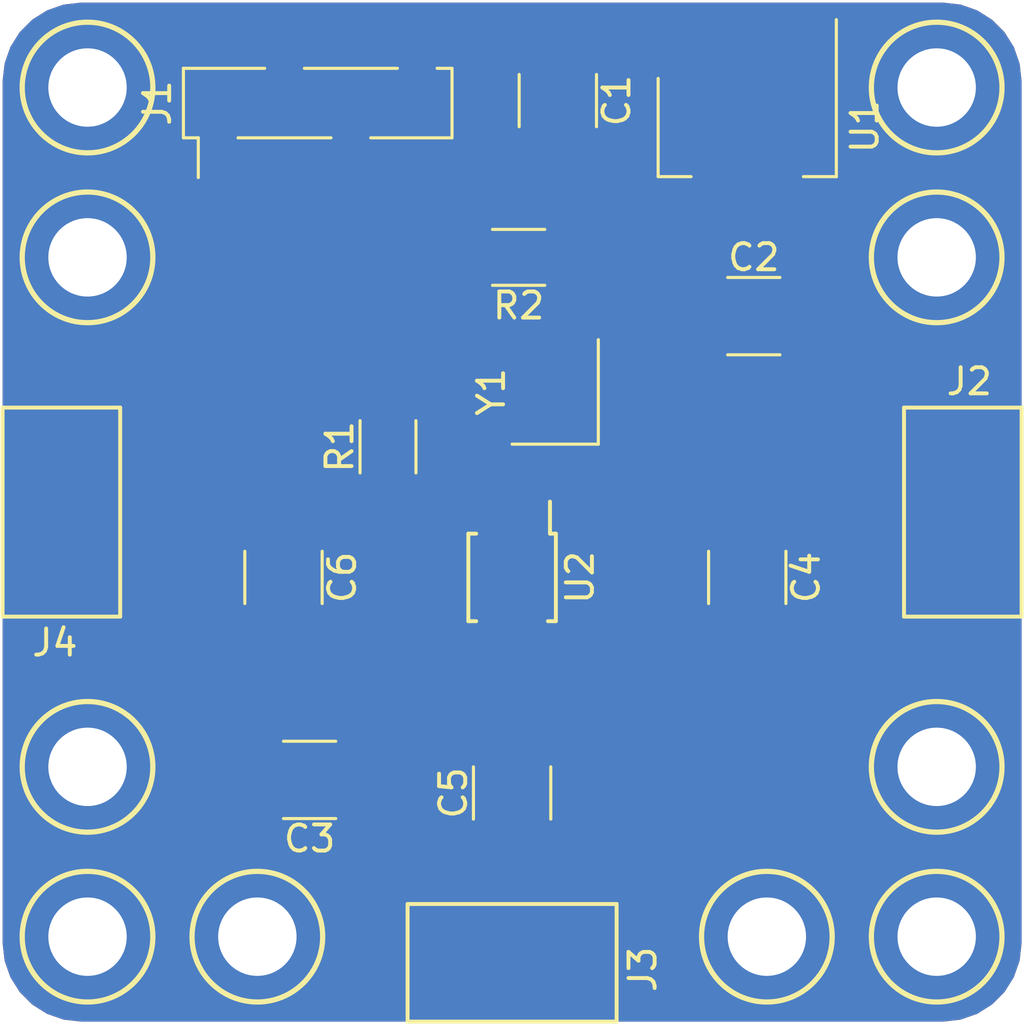
<source format=kicad_pcb>
(kicad_pcb (version 20171130) (host pcbnew "(5.0.0)")

  (general
    (thickness 1.6)
    (drawings 19)
    (tracks 80)
    (zones 0)
    (modules 15)
    (nets 14)
  )

  (page A4)
  (layers
    (0 F.Cu signal)
    (31 B.Cu signal)
    (32 B.Adhes user)
    (33 F.Adhes user)
    (34 B.Paste user)
    (35 F.Paste user)
    (36 B.SilkS user)
    (37 F.SilkS user)
    (38 B.Mask user)
    (39 F.Mask user)
    (40 Dwgs.User user)
    (41 Cmts.User user)
    (42 Eco1.User user)
    (43 Eco2.User user)
    (44 Edge.Cuts user)
    (45 Margin user)
    (46 B.CrtYd user)
    (47 F.CrtYd user)
    (48 B.Fab user)
    (49 F.Fab user)
  )

  (setup
    (last_trace_width 0.25)
    (user_trace_width 0.15)
    (user_trace_width 0.2)
    (user_trace_width 0.25)
    (user_trace_width 0.4)
    (trace_clearance 0.15)
    (zone_clearance 0.2)
    (zone_45_only no)
    (trace_min 0.1)
    (segment_width 0.2)
    (edge_width 0.15)
    (via_size 0.8)
    (via_drill 0.4)
    (via_min_size 0.4)
    (via_min_drill 0.3)
    (uvia_size 0.3)
    (uvia_drill 0.1)
    (uvias_allowed no)
    (uvia_min_size 0.2)
    (uvia_min_drill 0.1)
    (pcb_text_width 0.3)
    (pcb_text_size 1.5 1.5)
    (mod_edge_width 0.15)
    (mod_text_size 1 1)
    (mod_text_width 0.15)
    (pad_size 1.524 1.524)
    (pad_drill 0.762)
    (pad_to_mask_clearance 0.2)
    (aux_axis_origin 0 0)
    (visible_elements 7FFFFFFF)
    (pcbplotparams
      (layerselection 0x010fc_ffffffff)
      (usegerberextensions false)
      (usegerberattributes false)
      (usegerberadvancedattributes false)
      (creategerberjobfile false)
      (excludeedgelayer true)
      (linewidth 0.050000)
      (plotframeref false)
      (viasonmask false)
      (mode 1)
      (useauxorigin false)
      (hpglpennumber 1)
      (hpglpenspeed 20)
      (hpglpendiameter 15.000000)
      (psnegative false)
      (psa4output false)
      (plotreference true)
      (plotvalue true)
      (plotinvisibletext false)
      (padsonsilk false)
      (subtractmaskfromsilk false)
      (outputformat 1)
      (mirror false)
      (drillshape 1)
      (scaleselection 1)
      (outputdirectory ""))
  )

  (net 0 "")
  (net 1 "Net-(C1-Pad1)")
  (net 2 Earth)
  (net 3 "Net-(C2-Pad1)")
  (net 4 "Net-(C4-Pad2)")
  (net 5 "Net-(C4-Pad1)")
  (net 6 "Net-(C5-Pad1)")
  (net 7 "Net-(C5-Pad2)")
  (net 8 "Net-(C6-Pad2)")
  (net 9 "Net-(C6-Pad1)")
  (net 10 "Net-(J1-Pad2)")
  (net 11 "Net-(J1-Pad1)")
  (net 12 "Net-(U2-Pad3)")
  (net 13 "Net-(U2-Pad2)")

  (net_class Default "This is the default net class."
    (clearance 0.15)
    (trace_width 0.25)
    (via_dia 0.8)
    (via_drill 0.4)
    (uvia_dia 0.3)
    (uvia_drill 0.1)
    (add_net Earth)
    (add_net "Net-(C1-Pad1)")
    (add_net "Net-(C2-Pad1)")
    (add_net "Net-(C4-Pad1)")
    (add_net "Net-(C4-Pad2)")
    (add_net "Net-(C5-Pad1)")
    (add_net "Net-(C5-Pad2)")
    (add_net "Net-(C6-Pad1)")
    (add_net "Net-(C6-Pad2)")
    (add_net "Net-(J1-Pad1)")
    (add_net "Net-(J1-Pad2)")
    (add_net "Net-(U2-Pad2)")
    (add_net "Net-(U2-Pad3)")
  )

  (module Capacitors_SMD:C_1210_HandSoldering (layer F.Cu) (tedit 58AA84FB) (tstamp 5B6DD4A4)
    (at 38 20.5 270)
    (descr "Capacitor SMD 1210, hand soldering")
    (tags "capacitor 1210")
    (path /5B6C987F)
    (attr smd)
    (fp_text reference C1 (at 0 -2.25 270) (layer F.SilkS)
      (effects (font (size 1 1) (thickness 0.15)))
    )
    (fp_text value 10u (at 0 2.5 270) (layer F.Fab)
      (effects (font (size 1 1) (thickness 0.15)))
    )
    (fp_text user %R (at 0 -2.25 270) (layer F.Fab)
      (effects (font (size 1 1) (thickness 0.15)))
    )
    (fp_line (start -1.6 1.25) (end -1.6 -1.25) (layer F.Fab) (width 0.1))
    (fp_line (start 1.6 1.25) (end -1.6 1.25) (layer F.Fab) (width 0.1))
    (fp_line (start 1.6 -1.25) (end 1.6 1.25) (layer F.Fab) (width 0.1))
    (fp_line (start -1.6 -1.25) (end 1.6 -1.25) (layer F.Fab) (width 0.1))
    (fp_line (start 1 -1.48) (end -1 -1.48) (layer F.SilkS) (width 0.12))
    (fp_line (start -1 1.48) (end 1 1.48) (layer F.SilkS) (width 0.12))
    (fp_line (start -3.25 -1.5) (end 3.25 -1.5) (layer F.CrtYd) (width 0.05))
    (fp_line (start -3.25 -1.5) (end -3.25 1.5) (layer F.CrtYd) (width 0.05))
    (fp_line (start 3.25 1.5) (end 3.25 -1.5) (layer F.CrtYd) (width 0.05))
    (fp_line (start 3.25 1.5) (end -3.25 1.5) (layer F.CrtYd) (width 0.05))
    (pad 1 smd rect (at -2 0 270) (size 2 2.5) (layers F.Cu F.Paste F.Mask)
      (net 1 "Net-(C1-Pad1)"))
    (pad 2 smd rect (at 2 0 270) (size 2 2.5) (layers F.Cu F.Paste F.Mask)
      (net 2 Earth))
    (model Capacitors_SMD.3dshapes/C_1210.wrl
      (at (xyz 0 0 0))
      (scale (xyz 1 1 1))
      (rotate (xyz 0 0 0))
    )
  )

  (module Capacitors_SMD:C_1210_HandSoldering (layer F.Cu) (tedit 58AA84FB) (tstamp 5B6E39EA)
    (at 45.5 28.75)
    (descr "Capacitor SMD 1210, hand soldering")
    (tags "capacitor 1210")
    (path /5B6C9791)
    (attr smd)
    (fp_text reference C2 (at 0 -2.25) (layer F.SilkS)
      (effects (font (size 1 1) (thickness 0.15)))
    )
    (fp_text value 1u (at 0 2.5) (layer F.Fab)
      (effects (font (size 1 1) (thickness 0.15)))
    )
    (fp_line (start 3.25 1.5) (end -3.25 1.5) (layer F.CrtYd) (width 0.05))
    (fp_line (start 3.25 1.5) (end 3.25 -1.5) (layer F.CrtYd) (width 0.05))
    (fp_line (start -3.25 -1.5) (end -3.25 1.5) (layer F.CrtYd) (width 0.05))
    (fp_line (start -3.25 -1.5) (end 3.25 -1.5) (layer F.CrtYd) (width 0.05))
    (fp_line (start -1 1.48) (end 1 1.48) (layer F.SilkS) (width 0.12))
    (fp_line (start 1 -1.48) (end -1 -1.48) (layer F.SilkS) (width 0.12))
    (fp_line (start -1.6 -1.25) (end 1.6 -1.25) (layer F.Fab) (width 0.1))
    (fp_line (start 1.6 -1.25) (end 1.6 1.25) (layer F.Fab) (width 0.1))
    (fp_line (start 1.6 1.25) (end -1.6 1.25) (layer F.Fab) (width 0.1))
    (fp_line (start -1.6 1.25) (end -1.6 -1.25) (layer F.Fab) (width 0.1))
    (fp_text user %R (at 0 -2.25) (layer F.Fab)
      (effects (font (size 1 1) (thickness 0.15)))
    )
    (pad 2 smd rect (at 2 0) (size 2 2.5) (layers F.Cu F.Paste F.Mask)
      (net 2 Earth))
    (pad 1 smd rect (at -2 0) (size 2 2.5) (layers F.Cu F.Paste F.Mask)
      (net 3 "Net-(C2-Pad1)"))
    (model Capacitors_SMD.3dshapes/C_1210.wrl
      (at (xyz 0 0 0))
      (scale (xyz 1 1 1))
      (rotate (xyz 0 0 0))
    )
  )

  (module Capacitors_SMD:C_1210_HandSoldering (layer F.Cu) (tedit 58AA84FB) (tstamp 5B6DD4D4)
    (at 28.5 46.5 180)
    (descr "Capacitor SMD 1210, hand soldering")
    (tags "capacitor 1210")
    (path /5B6CE913)
    (attr smd)
    (fp_text reference C3 (at 0 -2.25 180) (layer F.SilkS)
      (effects (font (size 1 1) (thickness 0.15)))
    )
    (fp_text value 1u (at 0 2.5 180) (layer F.Fab)
      (effects (font (size 1 1) (thickness 0.15)))
    )
    (fp_text user %R (at 0 -2.25 180) (layer F.Fab)
      (effects (font (size 1 1) (thickness 0.15)))
    )
    (fp_line (start -1.6 1.25) (end -1.6 -1.25) (layer F.Fab) (width 0.1))
    (fp_line (start 1.6 1.25) (end -1.6 1.25) (layer F.Fab) (width 0.1))
    (fp_line (start 1.6 -1.25) (end 1.6 1.25) (layer F.Fab) (width 0.1))
    (fp_line (start -1.6 -1.25) (end 1.6 -1.25) (layer F.Fab) (width 0.1))
    (fp_line (start 1 -1.48) (end -1 -1.48) (layer F.SilkS) (width 0.12))
    (fp_line (start -1 1.48) (end 1 1.48) (layer F.SilkS) (width 0.12))
    (fp_line (start -3.25 -1.5) (end 3.25 -1.5) (layer F.CrtYd) (width 0.05))
    (fp_line (start -3.25 -1.5) (end -3.25 1.5) (layer F.CrtYd) (width 0.05))
    (fp_line (start 3.25 1.5) (end 3.25 -1.5) (layer F.CrtYd) (width 0.05))
    (fp_line (start 3.25 1.5) (end -3.25 1.5) (layer F.CrtYd) (width 0.05))
    (pad 1 smd rect (at -2 0 180) (size 2 2.5) (layers F.Cu F.Paste F.Mask)
      (net 3 "Net-(C2-Pad1)"))
    (pad 2 smd rect (at 2 0 180) (size 2 2.5) (layers F.Cu F.Paste F.Mask)
      (net 2 Earth))
    (model Capacitors_SMD.3dshapes/C_1210.wrl
      (at (xyz 0 0 0))
      (scale (xyz 1 1 1))
      (rotate (xyz 0 0 0))
    )
  )

  (module Capacitors_SMD:C_1210_HandSoldering (layer F.Cu) (tedit 58AA84FB) (tstamp 5B6DD522)
    (at 45.25 38.75 270)
    (descr "Capacitor SMD 1210, hand soldering")
    (tags "capacitor 1210")
    (path /5B6CB910)
    (attr smd)
    (fp_text reference C4 (at 0 -2.25 270) (layer F.SilkS)
      (effects (font (size 1 1) (thickness 0.15)))
    )
    (fp_text value 100n (at 0 2.5 270) (layer F.Fab)
      (effects (font (size 1 1) (thickness 0.15)))
    )
    (fp_line (start 3.25 1.5) (end -3.25 1.5) (layer F.CrtYd) (width 0.05))
    (fp_line (start 3.25 1.5) (end 3.25 -1.5) (layer F.CrtYd) (width 0.05))
    (fp_line (start -3.25 -1.5) (end -3.25 1.5) (layer F.CrtYd) (width 0.05))
    (fp_line (start -3.25 -1.5) (end 3.25 -1.5) (layer F.CrtYd) (width 0.05))
    (fp_line (start -1 1.48) (end 1 1.48) (layer F.SilkS) (width 0.12))
    (fp_line (start 1 -1.48) (end -1 -1.48) (layer F.SilkS) (width 0.12))
    (fp_line (start -1.6 -1.25) (end 1.6 -1.25) (layer F.Fab) (width 0.1))
    (fp_line (start 1.6 -1.25) (end 1.6 1.25) (layer F.Fab) (width 0.1))
    (fp_line (start 1.6 1.25) (end -1.6 1.25) (layer F.Fab) (width 0.1))
    (fp_line (start -1.6 1.25) (end -1.6 -1.25) (layer F.Fab) (width 0.1))
    (fp_text user %R (at 0 -2.25 270) (layer F.Fab)
      (effects (font (size 1 1) (thickness 0.15)))
    )
    (pad 2 smd rect (at 2 0 270) (size 2 2.5) (layers F.Cu F.Paste F.Mask)
      (net 4 "Net-(C4-Pad2)"))
    (pad 1 smd rect (at -2 0 270) (size 2 2.5) (layers F.Cu F.Paste F.Mask)
      (net 5 "Net-(C4-Pad1)"))
    (model Capacitors_SMD.3dshapes/C_1210.wrl
      (at (xyz 0 0 0))
      (scale (xyz 1 1 1))
      (rotate (xyz 0 0 0))
    )
  )

  (module Capacitors_SMD:C_1210_HandSoldering (layer F.Cu) (tedit 58AA84FB) (tstamp 5B6DD408)
    (at 36.25 47 90)
    (descr "Capacitor SMD 1210, hand soldering")
    (tags "capacitor 1210")
    (path /5B6CB972)
    (attr smd)
    (fp_text reference C5 (at 0 -2.25 90) (layer F.SilkS)
      (effects (font (size 1 1) (thickness 0.15)))
    )
    (fp_text value 100n (at 0 2.5 90) (layer F.Fab)
      (effects (font (size 1 1) (thickness 0.15)))
    )
    (fp_text user %R (at 0 -2.25 90) (layer F.Fab)
      (effects (font (size 1 1) (thickness 0.15)))
    )
    (fp_line (start -1.6 1.25) (end -1.6 -1.25) (layer F.Fab) (width 0.1))
    (fp_line (start 1.6 1.25) (end -1.6 1.25) (layer F.Fab) (width 0.1))
    (fp_line (start 1.6 -1.25) (end 1.6 1.25) (layer F.Fab) (width 0.1))
    (fp_line (start -1.6 -1.25) (end 1.6 -1.25) (layer F.Fab) (width 0.1))
    (fp_line (start 1 -1.48) (end -1 -1.48) (layer F.SilkS) (width 0.12))
    (fp_line (start -1 1.48) (end 1 1.48) (layer F.SilkS) (width 0.12))
    (fp_line (start -3.25 -1.5) (end 3.25 -1.5) (layer F.CrtYd) (width 0.05))
    (fp_line (start -3.25 -1.5) (end -3.25 1.5) (layer F.CrtYd) (width 0.05))
    (fp_line (start 3.25 1.5) (end 3.25 -1.5) (layer F.CrtYd) (width 0.05))
    (fp_line (start 3.25 1.5) (end -3.25 1.5) (layer F.CrtYd) (width 0.05))
    (pad 1 smd rect (at -2 0 90) (size 2 2.5) (layers F.Cu F.Paste F.Mask)
      (net 6 "Net-(C5-Pad1)"))
    (pad 2 smd rect (at 2 0 90) (size 2 2.5) (layers F.Cu F.Paste F.Mask)
      (net 7 "Net-(C5-Pad2)"))
    (model Capacitors_SMD.3dshapes/C_1210.wrl
      (at (xyz 0 0 0))
      (scale (xyz 1 1 1))
      (rotate (xyz 0 0 0))
    )
  )

  (module Capacitors_SMD:C_1210_HandSoldering (layer F.Cu) (tedit 58AA84FB) (tstamp 5B6DD624)
    (at 27.5 38.75 270)
    (descr "Capacitor SMD 1210, hand soldering")
    (tags "capacitor 1210")
    (path /5B6CB9A6)
    (attr smd)
    (fp_text reference C6 (at 0 -2.25 270) (layer F.SilkS)
      (effects (font (size 1 1) (thickness 0.15)))
    )
    (fp_text value 100n (at 0 2.5 270) (layer F.Fab)
      (effects (font (size 1 1) (thickness 0.15)))
    )
    (fp_line (start 3.25 1.5) (end -3.25 1.5) (layer F.CrtYd) (width 0.05))
    (fp_line (start 3.25 1.5) (end 3.25 -1.5) (layer F.CrtYd) (width 0.05))
    (fp_line (start -3.25 -1.5) (end -3.25 1.5) (layer F.CrtYd) (width 0.05))
    (fp_line (start -3.25 -1.5) (end 3.25 -1.5) (layer F.CrtYd) (width 0.05))
    (fp_line (start -1 1.48) (end 1 1.48) (layer F.SilkS) (width 0.12))
    (fp_line (start 1 -1.48) (end -1 -1.48) (layer F.SilkS) (width 0.12))
    (fp_line (start -1.6 -1.25) (end 1.6 -1.25) (layer F.Fab) (width 0.1))
    (fp_line (start 1.6 -1.25) (end 1.6 1.25) (layer F.Fab) (width 0.1))
    (fp_line (start 1.6 1.25) (end -1.6 1.25) (layer F.Fab) (width 0.1))
    (fp_line (start -1.6 1.25) (end -1.6 -1.25) (layer F.Fab) (width 0.1))
    (fp_text user %R (at 0 -2.25 270) (layer F.Fab)
      (effects (font (size 1 1) (thickness 0.15)))
    )
    (pad 2 smd rect (at 2 0 270) (size 2 2.5) (layers F.Cu F.Paste F.Mask)
      (net 8 "Net-(C6-Pad2)"))
    (pad 1 smd rect (at -2 0 270) (size 2 2.5) (layers F.Cu F.Paste F.Mask)
      (net 9 "Net-(C6-Pad1)"))
    (model Capacitors_SMD.3dshapes/C_1210.wrl
      (at (xyz 0 0 0))
      (scale (xyz 1 1 1))
      (rotate (xyz 0 0 0))
    )
  )

  (module Pin_Headers:Pin_Header_Straight_1x04_Pitch2.54mm_SMD_Pin1Left (layer F.Cu) (tedit 59650532) (tstamp 5B6DD5C8)
    (at 28.81 20.595 90)
    (descr "surface-mounted straight pin header, 1x04, 2.54mm pitch, single row, style 1 (pin 1 left)")
    (tags "Surface mounted pin header SMD 1x04 2.54mm single row style1 pin1 left")
    (path /5B6D06A1)
    (attr smd)
    (fp_text reference J1 (at 0 -6.14 90) (layer F.SilkS)
      (effects (font (size 1 1) (thickness 0.15)))
    )
    (fp_text value PWR_IIC (at 0 6.14 90) (layer F.Fab)
      (effects (font (size 1 1) (thickness 0.15)))
    )
    (fp_text user %R (at 0 0 180) (layer F.Fab)
      (effects (font (size 1 1) (thickness 0.15)))
    )
    (fp_line (start 3.45 -5.6) (end -3.45 -5.6) (layer F.CrtYd) (width 0.05))
    (fp_line (start 3.45 5.6) (end 3.45 -5.6) (layer F.CrtYd) (width 0.05))
    (fp_line (start -3.45 5.6) (end 3.45 5.6) (layer F.CrtYd) (width 0.05))
    (fp_line (start -3.45 -5.6) (end -3.45 5.6) (layer F.CrtYd) (width 0.05))
    (fp_line (start -1.33 2.03) (end -1.33 5.14) (layer F.SilkS) (width 0.12))
    (fp_line (start -1.33 -3.05) (end -1.33 0.51) (layer F.SilkS) (width 0.12))
    (fp_line (start 1.33 -0.51) (end 1.33 3.05) (layer F.SilkS) (width 0.12))
    (fp_line (start 1.33 4.57) (end 1.33 5.14) (layer F.SilkS) (width 0.12))
    (fp_line (start -1.33 -5.14) (end -1.33 -4.57) (layer F.SilkS) (width 0.12))
    (fp_line (start -1.33 -4.57) (end -2.85 -4.57) (layer F.SilkS) (width 0.12))
    (fp_line (start 1.33 -5.14) (end 1.33 -2.03) (layer F.SilkS) (width 0.12))
    (fp_line (start -1.33 5.14) (end 1.33 5.14) (layer F.SilkS) (width 0.12))
    (fp_line (start -1.33 -5.14) (end 1.33 -5.14) (layer F.SilkS) (width 0.12))
    (fp_line (start 2.54 4.13) (end 1.27 4.13) (layer F.Fab) (width 0.1))
    (fp_line (start 2.54 3.49) (end 2.54 4.13) (layer F.Fab) (width 0.1))
    (fp_line (start 1.27 3.49) (end 2.54 3.49) (layer F.Fab) (width 0.1))
    (fp_line (start 2.54 -0.95) (end 1.27 -0.95) (layer F.Fab) (width 0.1))
    (fp_line (start 2.54 -1.59) (end 2.54 -0.95) (layer F.Fab) (width 0.1))
    (fp_line (start 1.27 -1.59) (end 2.54 -1.59) (layer F.Fab) (width 0.1))
    (fp_line (start -2.54 1.59) (end -1.27 1.59) (layer F.Fab) (width 0.1))
    (fp_line (start -2.54 0.95) (end -2.54 1.59) (layer F.Fab) (width 0.1))
    (fp_line (start -1.27 0.95) (end -2.54 0.95) (layer F.Fab) (width 0.1))
    (fp_line (start -2.54 -3.49) (end -1.27 -3.49) (layer F.Fab) (width 0.1))
    (fp_line (start -2.54 -4.13) (end -2.54 -3.49) (layer F.Fab) (width 0.1))
    (fp_line (start -1.27 -4.13) (end -2.54 -4.13) (layer F.Fab) (width 0.1))
    (fp_line (start 1.27 -5.08) (end 1.27 5.08) (layer F.Fab) (width 0.1))
    (fp_line (start -1.27 -4.13) (end -0.32 -5.08) (layer F.Fab) (width 0.1))
    (fp_line (start -1.27 5.08) (end -1.27 -4.13) (layer F.Fab) (width 0.1))
    (fp_line (start -0.32 -5.08) (end 1.27 -5.08) (layer F.Fab) (width 0.1))
    (fp_line (start 1.27 5.08) (end -1.27 5.08) (layer F.Fab) (width 0.1))
    (pad 4 smd rect (at 1.655 3.81 90) (size 2.51 1) (layers F.Cu F.Paste F.Mask)
      (net 1 "Net-(C1-Pad1)"))
    (pad 2 smd rect (at 1.655 -1.27 90) (size 2.51 1) (layers F.Cu F.Paste F.Mask)
      (net 10 "Net-(J1-Pad2)"))
    (pad 3 smd rect (at -1.655 1.27 90) (size 2.51 1) (layers F.Cu F.Paste F.Mask)
      (net 2 Earth))
    (pad 1 smd rect (at -1.655 -3.81 90) (size 2.51 1) (layers F.Cu F.Paste F.Mask)
      (net 11 "Net-(J1-Pad1)"))
    (model ${KISYS3DMOD}/Pin_Headers.3dshapes/Pin_Header_Straight_1x04_Pitch2.54mm_SMD_Pin1Left.wrl
      (at (xyz 0 0 0))
      (scale (xyz 1 1 1))
      (rotate (xyz 0 0 0))
    )
  )

  (module x-uhf:X-UHF_Interconnect (layer F.Cu) (tedit 5B6BFBB0) (tstamp 5B6DD4FE)
    (at 54.25 36.25 180)
    (path /5B6C9EBD)
    (fp_text reference J2 (at 0.5 5 180) (layer F.SilkS)
      (effects (font (size 1 1) (thickness 0.15)))
    )
    (fp_text value CLK0 (at 4 0 270) (layer F.Fab)
      (effects (font (size 1 1) (thickness 0.15)))
    )
    (fp_line (start -1.5 -4) (end 3 -4) (layer F.SilkS) (width 0.15))
    (fp_line (start 3 -4) (end 3 4) (layer F.SilkS) (width 0.15))
    (fp_line (start 3 4) (end -1.5 4) (layer F.SilkS) (width 0.15))
    (fp_line (start -1.5 4) (end -1.5 -4) (layer F.SilkS) (width 0.15))
    (pad 1 smd rect (at 0 -2 180) (size 3 1.5) (layers F.Cu F.Paste F.Mask)
      (net 2 Earth))
    (pad 2 smd rect (at 0 0 180) (size 3 1.5) (layers F.Cu F.Paste F.Mask)
      (net 5 "Net-(C4-Pad1)"))
    (pad 3 smd rect (at 0 2 180) (size 3 1.5) (layers F.Cu F.Paste F.Mask)
      (net 2 Earth))
  )

  (module x-uhf:X-UHF_Interconnect (layer F.Cu) (tedit 5B6BFBB0) (tstamp 5B6DD480)
    (at 36.25 54.25 90)
    (path /5B6C9F13)
    (fp_text reference J3 (at 0.5 5 90) (layer F.SilkS)
      (effects (font (size 1 1) (thickness 0.15)))
    )
    (fp_text value CLK1 (at 4 0 180) (layer F.Fab)
      (effects (font (size 1 1) (thickness 0.15)))
    )
    (fp_line (start -1.5 4) (end -1.5 -4) (layer F.SilkS) (width 0.15))
    (fp_line (start 3 4) (end -1.5 4) (layer F.SilkS) (width 0.15))
    (fp_line (start 3 -4) (end 3 4) (layer F.SilkS) (width 0.15))
    (fp_line (start -1.5 -4) (end 3 -4) (layer F.SilkS) (width 0.15))
    (pad 3 smd rect (at 0 2 90) (size 3 1.5) (layers F.Cu F.Paste F.Mask)
      (net 2 Earth))
    (pad 2 smd rect (at 0 0 90) (size 3 1.5) (layers F.Cu F.Paste F.Mask)
      (net 6 "Net-(C5-Pad1)"))
    (pad 1 smd rect (at 0 -2 90) (size 3 1.5) (layers F.Cu F.Paste F.Mask)
      (net 2 Earth))
  )

  (module x-uhf:X-UHF_Interconnect (layer F.Cu) (tedit 5B6BFBB0) (tstamp 5B6F4AB6)
    (at 18.25 36.25)
    (path /5B6C9F41)
    (fp_text reference J4 (at 0.5 5) (layer F.SilkS)
      (effects (font (size 1 1) (thickness 0.15)))
    )
    (fp_text value CLK2 (at 4 0 90) (layer F.Fab)
      (effects (font (size 1 1) (thickness 0.15)))
    )
    (fp_line (start -1.5 -4) (end 3 -4) (layer F.SilkS) (width 0.15))
    (fp_line (start 3 -4) (end 3 4) (layer F.SilkS) (width 0.15))
    (fp_line (start 3 4) (end -1.5 4) (layer F.SilkS) (width 0.15))
    (fp_line (start -1.5 4) (end -1.5 -4) (layer F.SilkS) (width 0.15))
    (pad 1 smd rect (at 0 -2) (size 3 1.5) (layers F.Cu F.Paste F.Mask)
      (net 2 Earth))
    (pad 2 smd rect (at 0 0) (size 3 1.5) (layers F.Cu F.Paste F.Mask)
      (net 9 "Net-(C6-Pad1)"))
    (pad 3 smd rect (at 0 2) (size 3 1.5) (layers F.Cu F.Paste F.Mask)
      (net 2 Earth))
  )

  (module Resistors_SMD:R_1206_HandSoldering (layer F.Cu) (tedit 58E0A804) (tstamp 5B6EDCE8)
    (at 31.5 33.75 90)
    (descr "Resistor SMD 1206, hand soldering")
    (tags "resistor 1206")
    (path /5B6D3CDB)
    (attr smd)
    (fp_text reference R1 (at 0 -1.85 90) (layer F.SilkS)
      (effects (font (size 1 1) (thickness 0.15)))
    )
    (fp_text value 10k (at 0 1.9 90) (layer F.Fab)
      (effects (font (size 1 1) (thickness 0.15)))
    )
    (fp_text user %R (at 0 0 90) (layer F.Fab)
      (effects (font (size 0.7 0.7) (thickness 0.105)))
    )
    (fp_line (start -1.6 0.8) (end -1.6 -0.8) (layer F.Fab) (width 0.1))
    (fp_line (start 1.6 0.8) (end -1.6 0.8) (layer F.Fab) (width 0.1))
    (fp_line (start 1.6 -0.8) (end 1.6 0.8) (layer F.Fab) (width 0.1))
    (fp_line (start -1.6 -0.8) (end 1.6 -0.8) (layer F.Fab) (width 0.1))
    (fp_line (start 1 1.07) (end -1 1.07) (layer F.SilkS) (width 0.12))
    (fp_line (start -1 -1.07) (end 1 -1.07) (layer F.SilkS) (width 0.12))
    (fp_line (start -3.25 -1.11) (end 3.25 -1.11) (layer F.CrtYd) (width 0.05))
    (fp_line (start -3.25 -1.11) (end -3.25 1.1) (layer F.CrtYd) (width 0.05))
    (fp_line (start 3.25 1.1) (end 3.25 -1.11) (layer F.CrtYd) (width 0.05))
    (fp_line (start 3.25 1.1) (end -3.25 1.1) (layer F.CrtYd) (width 0.05))
    (pad 1 smd rect (at -2 0 90) (size 2 1.7) (layers F.Cu F.Paste F.Mask)
      (net 3 "Net-(C2-Pad1)"))
    (pad 2 smd rect (at 2 0 90) (size 2 1.7) (layers F.Cu F.Paste F.Mask)
      (net 11 "Net-(J1-Pad1)"))
    (model ${KISYS3DMOD}/Resistors_SMD.3dshapes/R_1206.wrl
      (at (xyz 0 0 0))
      (scale (xyz 1 1 1))
      (rotate (xyz 0 0 0))
    )
  )

  (module Resistors_SMD:R_1206_HandSoldering (layer F.Cu) (tedit 58E0A804) (tstamp 5B6DE538)
    (at 36.5 26.5 180)
    (descr "Resistor SMD 1206, hand soldering")
    (tags "resistor 1206")
    (path /5B6D3B11)
    (attr smd)
    (fp_text reference R2 (at 0 -1.85 180) (layer F.SilkS)
      (effects (font (size 1 1) (thickness 0.15)))
    )
    (fp_text value 10k (at 0 1.9 180) (layer F.Fab)
      (effects (font (size 1 1) (thickness 0.15)))
    )
    (fp_line (start 3.25 1.1) (end -3.25 1.1) (layer F.CrtYd) (width 0.05))
    (fp_line (start 3.25 1.1) (end 3.25 -1.11) (layer F.CrtYd) (width 0.05))
    (fp_line (start -3.25 -1.11) (end -3.25 1.1) (layer F.CrtYd) (width 0.05))
    (fp_line (start -3.25 -1.11) (end 3.25 -1.11) (layer F.CrtYd) (width 0.05))
    (fp_line (start -1 -1.07) (end 1 -1.07) (layer F.SilkS) (width 0.12))
    (fp_line (start 1 1.07) (end -1 1.07) (layer F.SilkS) (width 0.12))
    (fp_line (start -1.6 -0.8) (end 1.6 -0.8) (layer F.Fab) (width 0.1))
    (fp_line (start 1.6 -0.8) (end 1.6 0.8) (layer F.Fab) (width 0.1))
    (fp_line (start 1.6 0.8) (end -1.6 0.8) (layer F.Fab) (width 0.1))
    (fp_line (start -1.6 0.8) (end -1.6 -0.8) (layer F.Fab) (width 0.1))
    (fp_text user %R (at 0 0 180) (layer F.Fab)
      (effects (font (size 0.7 0.7) (thickness 0.105)))
    )
    (pad 2 smd rect (at 2 0 180) (size 2 1.7) (layers F.Cu F.Paste F.Mask)
      (net 10 "Net-(J1-Pad2)"))
    (pad 1 smd rect (at -2 0 180) (size 2 1.7) (layers F.Cu F.Paste F.Mask)
      (net 3 "Net-(C2-Pad1)"))
    (model ${KISYS3DMOD}/Resistors_SMD.3dshapes/R_1206.wrl
      (at (xyz 0 0 0))
      (scale (xyz 1 1 1))
      (rotate (xyz 0 0 0))
    )
  )

  (module TO_SOT_Packages_SMD:SOT-223-3_TabPin2 (layer F.Cu) (tedit 58CE4E7E) (tstamp 5B6EDE81)
    (at 45.25 21.5 270)
    (descr "module CMS SOT223 4 pins")
    (tags "CMS SOT")
    (path /5B6C96D2)
    (attr smd)
    (fp_text reference U1 (at 0 -4.5 270) (layer F.SilkS)
      (effects (font (size 1 1) (thickness 0.15)))
    )
    (fp_text value AZ1117-3.3 (at 0 4.5 270) (layer F.Fab)
      (effects (font (size 1 1) (thickness 0.15)))
    )
    (fp_line (start 1.85 -3.35) (end 1.85 3.35) (layer F.Fab) (width 0.1))
    (fp_line (start -1.85 3.35) (end 1.85 3.35) (layer F.Fab) (width 0.1))
    (fp_line (start -4.1 -3.41) (end 1.91 -3.41) (layer F.SilkS) (width 0.12))
    (fp_line (start -0.85 -3.35) (end 1.85 -3.35) (layer F.Fab) (width 0.1))
    (fp_line (start -1.85 3.41) (end 1.91 3.41) (layer F.SilkS) (width 0.12))
    (fp_line (start -1.85 -2.35) (end -1.85 3.35) (layer F.Fab) (width 0.1))
    (fp_line (start -1.85 -2.35) (end -0.85 -3.35) (layer F.Fab) (width 0.1))
    (fp_line (start -4.4 -3.6) (end -4.4 3.6) (layer F.CrtYd) (width 0.05))
    (fp_line (start -4.4 3.6) (end 4.4 3.6) (layer F.CrtYd) (width 0.05))
    (fp_line (start 4.4 3.6) (end 4.4 -3.6) (layer F.CrtYd) (width 0.05))
    (fp_line (start 4.4 -3.6) (end -4.4 -3.6) (layer F.CrtYd) (width 0.05))
    (fp_line (start 1.91 -3.41) (end 1.91 -2.15) (layer F.SilkS) (width 0.12))
    (fp_line (start 1.91 3.41) (end 1.91 2.15) (layer F.SilkS) (width 0.12))
    (fp_text user %R (at 0 0) (layer F.Fab)
      (effects (font (size 0.8 0.8) (thickness 0.12)))
    )
    (pad 1 smd rect (at -3.15 -2.3 270) (size 2 1.5) (layers F.Cu F.Paste F.Mask)
      (net 2 Earth))
    (pad 3 smd rect (at -3.15 2.3 270) (size 2 1.5) (layers F.Cu F.Paste F.Mask)
      (net 1 "Net-(C1-Pad1)"))
    (pad 2 smd rect (at -3.15 0 270) (size 2 1.5) (layers F.Cu F.Paste F.Mask)
      (net 3 "Net-(C2-Pad1)"))
    (pad 2 smd rect (at 3.15 0 270) (size 2 3.8) (layers F.Cu F.Paste F.Mask)
      (net 3 "Net-(C2-Pad1)"))
    (model ${KISYS3DMOD}/TO_SOT_Packages_SMD.3dshapes/SOT-223.wrl
      (at (xyz 0 0 0))
      (scale (xyz 1 1 1))
      (rotate (xyz 0 0 0))
    )
  )

  (module Housings_SSOP:MSOP-10_3x3mm_Pitch0.5mm (layer F.Cu) (tedit 54130A77) (tstamp 5B6E3F42)
    (at 36.25 38.75 270)
    (descr "10-Lead Plastic Micro Small Outline Package (MS) [MSOP] (see Microchip Packaging Specification 00000049BS.pdf)")
    (tags "SSOP 0.5")
    (path /5B6C95F2)
    (attr smd)
    (fp_text reference U2 (at 0 -2.6 270) (layer F.SilkS)
      (effects (font (size 1 1) (thickness 0.15)))
    )
    (fp_text value SI5351A (at 0 2.6 270) (layer F.Fab)
      (effects (font (size 1 1) (thickness 0.15)))
    )
    (fp_text user %R (at 0 0 270) (layer F.Fab)
      (effects (font (size 0.6 0.6) (thickness 0.15)))
    )
    (fp_line (start -1.675 -1.45) (end -2.9 -1.45) (layer F.SilkS) (width 0.15))
    (fp_line (start -1.675 1.675) (end 1.675 1.675) (layer F.SilkS) (width 0.15))
    (fp_line (start -1.675 -1.675) (end 1.675 -1.675) (layer F.SilkS) (width 0.15))
    (fp_line (start -1.675 1.675) (end -1.675 1.375) (layer F.SilkS) (width 0.15))
    (fp_line (start 1.675 1.675) (end 1.675 1.375) (layer F.SilkS) (width 0.15))
    (fp_line (start 1.675 -1.675) (end 1.675 -1.375) (layer F.SilkS) (width 0.15))
    (fp_line (start -1.675 -1.675) (end -1.675 -1.45) (layer F.SilkS) (width 0.15))
    (fp_line (start -3.15 1.85) (end 3.15 1.85) (layer F.CrtYd) (width 0.05))
    (fp_line (start -3.15 -1.85) (end 3.15 -1.85) (layer F.CrtYd) (width 0.05))
    (fp_line (start 3.15 -1.85) (end 3.15 1.85) (layer F.CrtYd) (width 0.05))
    (fp_line (start -3.15 -1.85) (end -3.15 1.85) (layer F.CrtYd) (width 0.05))
    (fp_line (start -1.5 -0.5) (end -0.5 -1.5) (layer F.Fab) (width 0.15))
    (fp_line (start -1.5 1.5) (end -1.5 -0.5) (layer F.Fab) (width 0.15))
    (fp_line (start 1.5 1.5) (end -1.5 1.5) (layer F.Fab) (width 0.15))
    (fp_line (start 1.5 -1.5) (end 1.5 1.5) (layer F.Fab) (width 0.15))
    (fp_line (start -0.5 -1.5) (end 1.5 -1.5) (layer F.Fab) (width 0.15))
    (pad 10 smd rect (at 2.2 -1 270) (size 1.4 0.3) (layers F.Cu F.Paste F.Mask)
      (net 4 "Net-(C4-Pad2)"))
    (pad 9 smd rect (at 2.2 -0.5 270) (size 1.4 0.3) (layers F.Cu F.Paste F.Mask)
      (net 7 "Net-(C5-Pad2)"))
    (pad 8 smd rect (at 2.2 0 270) (size 1.4 0.3) (layers F.Cu F.Paste F.Mask)
      (net 2 Earth))
    (pad 7 smd rect (at 2.2 0.5 270) (size 1.4 0.3) (layers F.Cu F.Paste F.Mask)
      (net 3 "Net-(C2-Pad1)"))
    (pad 6 smd rect (at 2.2 1 270) (size 1.4 0.3) (layers F.Cu F.Paste F.Mask)
      (net 8 "Net-(C6-Pad2)"))
    (pad 5 smd rect (at -2.2 1 270) (size 1.4 0.3) (layers F.Cu F.Paste F.Mask)
      (net 11 "Net-(J1-Pad1)"))
    (pad 4 smd rect (at -2.2 0.5 270) (size 1.4 0.3) (layers F.Cu F.Paste F.Mask)
      (net 10 "Net-(J1-Pad2)"))
    (pad 3 smd rect (at -2.2 0 270) (size 1.4 0.3) (layers F.Cu F.Paste F.Mask)
      (net 12 "Net-(U2-Pad3)"))
    (pad 2 smd rect (at -2.2 -0.5 270) (size 1.4 0.3) (layers F.Cu F.Paste F.Mask)
      (net 13 "Net-(U2-Pad2)"))
    (pad 1 smd rect (at -2.2 -1 270) (size 1.4 0.3) (layers F.Cu F.Paste F.Mask)
      (net 3 "Net-(C2-Pad1)"))
    (model ${KISYS3DMOD}/Housings_SSOP.3dshapes/MSOP-10_3x3mm_Pitch0.5mm.wrl
      (at (xyz 0 0 0))
      (scale (xyz 1 1 1))
      (rotate (xyz 0 0 0))
    )
  )

  (module Crystals:Crystal_SMD_Abracon_ABM8G-4pin_3.2x2.5mm (layer F.Cu) (tedit 58CD2E9C) (tstamp 5B6EDB6C)
    (at 37.9 31.65 90)
    (descr "Abracon Miniature Ceramic Smd Crystal ABM8G http://www.abracon.com/Resonators/ABM8G.pdf, 3.2x2.5mm^2 package")
    (tags "SMD SMT crystal")
    (path /5B6E2941)
    (attr smd)
    (fp_text reference Y1 (at 0 -2.45 90) (layer F.SilkS)
      (effects (font (size 1 1) (thickness 0.15)))
    )
    (fp_text value Crystal_GND24 (at 0 2.45 90) (layer F.Fab)
      (effects (font (size 1 1) (thickness 0.15)))
    )
    (fp_line (start 2.1 -1.7) (end -2.1 -1.7) (layer F.CrtYd) (width 0.05))
    (fp_line (start 2.1 1.7) (end 2.1 -1.7) (layer F.CrtYd) (width 0.05))
    (fp_line (start -2.1 1.7) (end 2.1 1.7) (layer F.CrtYd) (width 0.05))
    (fp_line (start -2.1 -1.7) (end -2.1 1.7) (layer F.CrtYd) (width 0.05))
    (fp_line (start -2 1.65) (end 2 1.65) (layer F.SilkS) (width 0.12))
    (fp_line (start -2 -1.65) (end -2 1.65) (layer F.SilkS) (width 0.12))
    (fp_line (start -1.6 0.25) (end -0.6 1.25) (layer F.Fab) (width 0.1))
    (fp_line (start -1.6 -1.05) (end -1.4 -1.25) (layer F.Fab) (width 0.1))
    (fp_line (start -1.6 1.05) (end -1.6 -1.05) (layer F.Fab) (width 0.1))
    (fp_line (start -1.4 1.25) (end -1.6 1.05) (layer F.Fab) (width 0.1))
    (fp_line (start 1.4 1.25) (end -1.4 1.25) (layer F.Fab) (width 0.1))
    (fp_line (start 1.6 1.05) (end 1.4 1.25) (layer F.Fab) (width 0.1))
    (fp_line (start 1.6 -1.05) (end 1.6 1.05) (layer F.Fab) (width 0.1))
    (fp_line (start 1.4 -1.25) (end 1.6 -1.05) (layer F.Fab) (width 0.1))
    (fp_line (start -1.4 -1.25) (end 1.4 -1.25) (layer F.Fab) (width 0.1))
    (fp_text user %R (at 0 0 90) (layer F.Fab)
      (effects (font (size 0.7 0.7) (thickness 0.105)))
    )
    (pad 4 smd rect (at -1.1 -0.85 90) (size 1.4 1.2) (layers F.Cu F.Paste F.Mask)
      (net 2 Earth))
    (pad 3 smd rect (at 1.1 -0.85 90) (size 1.4 1.2) (layers F.Cu F.Paste F.Mask)
      (net 12 "Net-(U2-Pad3)"))
    (pad 2 smd rect (at 1.1 0.85 90) (size 1.4 1.2) (layers F.Cu F.Paste F.Mask)
      (net 2 Earth))
    (pad 1 smd rect (at -1.1 0.85 90) (size 1.4 1.2) (layers F.Cu F.Paste F.Mask)
      (net 13 "Net-(U2-Pad2)"))
    (model ${KISYS3DMOD}/Crystals.3dshapes/Crystal_SMD_Abracon_ABM8G-4pin_3.2x2.5mm.wrl
      (at (xyz 0 0 0))
      (scale (xyz 1 1 1))
      (rotate (xyz 0 0 0))
    )
  )

  (gr_arc (start 52.5 20) (end 55.75 20) (angle -90) (layer Margin) (width 0.2))
  (gr_arc (start 52.5 52.5) (end 52.5 55.75) (angle -90) (layer Margin) (width 0.2))
  (gr_arc (start 20 52.5) (end 16.75 52.5) (angle -90) (layer Margin) (width 0.2))
  (gr_arc (start 20 20) (end 20 16.75) (angle -90) (layer Margin) (width 0.2))
  (gr_text "SI5351\nVCO" (at 45.5 47.25) (layer F.Cu)
    (effects (font (size 1.5 1.5) (thickness 0.3)))
  )
  (gr_circle (center 52.5 20) (end 55 20) (layer F.SilkS) (width 0.2))
  (gr_circle (center 52.5 26.5) (end 55 26.5) (layer F.SilkS) (width 0.2))
  (gr_circle (center 52.5 46) (end 55 46) (layer F.SilkS) (width 0.2))
  (gr_circle (center 52.5 52.5) (end 50 52.5) (layer F.SilkS) (width 0.2))
  (gr_circle (center 46 52.5) (end 48.5 52.5) (layer F.SilkS) (width 0.2))
  (gr_circle (center 26.5 52.5) (end 29 52.5) (layer F.SilkS) (width 0.2))
  (gr_circle (center 20 52.5) (end 22.5 52.5) (layer F.SilkS) (width 0.2))
  (gr_circle (center 20 46) (end 22.5 46) (layer F.SilkS) (width 0.2))
  (gr_circle (center 20 26.5) (end 22.5 26.5) (layer F.SilkS) (width 0.2))
  (gr_circle (center 20 20) (end 22.5 20) (layer F.SilkS) (width 0.2))
  (gr_line (start 16.75 52.5) (end 16.75 20) (layer Margin) (width 0.2))
  (gr_line (start 52.5 55.75) (end 20 55.75) (layer Margin) (width 0.2))
  (gr_line (start 55.75 20) (end 55.75 52.5) (layer Margin) (width 0.2))
  (gr_line (start 20 16.75) (end 52.5 16.75) (layer Margin) (width 0.2) (tstamp 5B6DD9B8))

  (segment (start 38.15 18.35) (end 38 18.5) (width 0.4) (layer F.Cu) (net 1))
  (segment (start 42.95 18.35) (end 38.15 18.35) (width 0.4) (layer F.Cu) (net 1))
  (segment (start 33.06 18.5) (end 32.62 18.94) (width 0.4) (layer F.Cu) (net 1))
  (segment (start 38 18.5) (end 33.06 18.5) (width 0.4) (layer F.Cu) (net 1))
  (via (at 52.5 20) (size 4) (drill 3) (layers F.Cu B.Cu) (net 2))
  (via (at 52.5 52.5) (size 4) (drill 3) (layers F.Cu B.Cu) (net 2))
  (via (at 20 52.5) (size 4) (drill 3) (layers F.Cu B.Cu) (net 2))
  (via (at 20 20) (size 4) (drill 3) (layers F.Cu B.Cu) (net 2))
  (via (at 46 52.5) (size 4) (drill 3) (layers F.Cu B.Cu) (net 2))
  (via (at 52.5 46) (size 4) (drill 3) (layers F.Cu B.Cu) (net 2))
  (via (at 52.5 26.5) (size 4) (drill 3) (layers F.Cu B.Cu) (net 2))
  (via (at 26.5 52.5) (size 4) (drill 3) (layers F.Cu B.Cu) (net 2))
  (via (at 20 46) (size 4) (drill 3) (layers F.Cu B.Cu) (net 2))
  (via (at 20 26.5) (size 4) (drill 3) (layers F.Cu B.Cu) (net 2))
  (segment (start 35.75 39.5) (end 35.75 40.95) (width 0.25) (layer F.Cu) (net 3))
  (segment (start 31 44.3) (end 32.05 43.25) (width 0.25) (layer F.Cu) (net 3))
  (segment (start 31 45.5) (end 31 44.3) (width 0.25) (layer F.Cu) (net 3))
  (segment (start 32.05 43.25) (end 35 43.25) (width 0.25) (layer F.Cu) (net 3))
  (segment (start 35.75 42.5) (end 35.75 40.95) (width 0.25) (layer F.Cu) (net 3))
  (segment (start 35 43.25) (end 35.75 42.5) (width 0.25) (layer F.Cu) (net 3))
  (segment (start 45.25 19.6) (end 45.25 24.65) (width 0.4) (layer F.Cu) (net 3))
  (segment (start 45.25 18.35) (end 45.25 19.6) (width 0.4) (layer F.Cu) (net 3))
  (segment (start 37.25 38) (end 35.75 39.5) (width 0.25) (layer F.Cu) (net 3))
  (segment (start 43.5 28.5) (end 43.5 28.75) (width 0.4) (layer F.Cu) (net 3))
  (segment (start 41.5 26.5) (end 43.5 28.5) (width 0.25) (layer F.Cu) (net 3))
  (segment (start 38.5 26.5) (end 41.5 26.5) (width 0.25) (layer F.Cu) (net 3))
  (segment (start 45.25 25.85) (end 44.35 26.75) (width 0.4) (layer F.Cu) (net 3))
  (segment (start 45.25 24.65) (end 45.25 25.85) (width 0.4) (layer F.Cu) (net 3))
  (segment (start 43.5 27.3) (end 43.5 28.75) (width 0.4) (layer F.Cu) (net 3))
  (segment (start 44.05 26.75) (end 43.5 27.3) (width 0.4) (layer F.Cu) (net 3))
  (segment (start 44.35 26.75) (end 44.05 26.75) (width 0.4) (layer F.Cu) (net 3))
  (segment (start 33 38.5) (end 36.75 38.5) (width 0.25) (layer F.Cu) (net 3))
  (segment (start 31.5 35.75) (end 31.5 36.95) (width 0.25) (layer F.Cu) (net 3))
  (segment (start 31.5 36.95) (end 33 38.5) (width 0.25) (layer F.Cu) (net 3))
  (segment (start 41.25 35.5) (end 40.2 36.55) (width 0.25) (layer F.Cu) (net 3))
  (segment (start 41.25 34) (end 41.25 35.5) (width 0.25) (layer F.Cu) (net 3))
  (segment (start 43.5 28.75) (end 43.5 31.5) (width 0.25) (layer F.Cu) (net 3))
  (segment (start 43.5 31.5) (end 41.25 34) (width 0.25) (layer F.Cu) (net 3))
  (segment (start 37.25 36.55) (end 37.25 38) (width 0.25) (layer F.Cu) (net 3))
  (segment (start 40.2 36.55) (end 37.55 36.55) (width 0.25) (layer F.Cu) (net 3))
  (segment (start 37.55 36.55) (end 37.25 36.55) (width 0.25) (layer F.Cu) (net 3))
  (segment (start 37.3 41) (end 37.25 40.95) (width 0.25) (layer F.Cu) (net 4))
  (segment (start 45.25 41) (end 37.3 41) (width 0.25) (layer F.Cu) (net 4))
  (segment (start 46 36.25) (end 45.25 37) (width 0.2) (layer F.Cu) (net 5))
  (segment (start 54.5 36.25) (end 46 36.25) (width 0.25) (layer F.Cu) (net 5))
  (segment (start 36.25 50.7) (end 36.25 54.5) (width 0.25) (layer F.Cu) (net 6))
  (segment (start 36.25 49.5) (end 36.25 50.7) (width 0.2) (layer F.Cu) (net 6))
  (segment (start 36.25 45.5) (end 36.25 44.25) (width 0.25) (layer F.Cu) (net 7))
  (segment (start 36.75 43.75) (end 36.75 40.95) (width 0.25) (layer F.Cu) (net 7))
  (segment (start 36.25 44.25) (end 36.75 43.75) (width 0.25) (layer F.Cu) (net 7))
  (segment (start 35.2 41) (end 35.25 40.95) (width 0.25) (layer F.Cu) (net 8))
  (segment (start 27.5 41) (end 35.2 41) (width 0.25) (layer F.Cu) (net 8))
  (segment (start 26.75 36.25) (end 27.5 37) (width 0.2) (layer F.Cu) (net 9))
  (segment (start 18 36.25) (end 26.75 36.25) (width 0.25) (layer F.Cu) (net 9))
  (segment (start 27.54 18.94) (end 27.54 23.04) (width 0.25) (layer F.Cu) (net 10))
  (segment (start 31 26.5) (end 34.5 26.5) (width 0.25) (layer F.Cu) (net 10))
  (segment (start 27.54 23.04) (end 31 26.5) (width 0.25) (layer F.Cu) (net 10))
  (segment (start 35.75 35.5) (end 35.75 36.55) (width 0.25) (layer F.Cu) (net 10))
  (segment (start 34.75 34.5) (end 35.75 35.5) (width 0.25) (layer F.Cu) (net 10))
  (segment (start 34.75 33.25) (end 34.75 34.5) (width 0.25) (layer F.Cu) (net 10))
  (segment (start 33.75 26.75) (end 33.75 32.25) (width 0.25) (layer F.Cu) (net 10))
  (segment (start 33.75 32.25) (end 34.75 33.25) (width 0.25) (layer F.Cu) (net 10))
  (segment (start 30.45 31.75) (end 31.5 31.75) (width 0.25) (layer F.Cu) (net 11))
  (segment (start 25 26.3) (end 30.45 31.75) (width 0.25) (layer F.Cu) (net 11))
  (segment (start 25 22.25) (end 25 26.3) (width 0.25) (layer F.Cu) (net 11))
  (segment (start 34 36.5) (end 35.25 36.55) (width 0.25) (layer F.Cu) (net 11))
  (segment (start 33.5 36) (end 34 36.5) (width 0.25) (layer F.Cu) (net 11))
  (segment (start 33.5 34) (end 33.5 36) (width 0.25) (layer F.Cu) (net 11))
  (segment (start 31.5 31.75) (end 31.5 31.9) (width 0.25) (layer F.Cu) (net 11))
  (segment (start 31.5 31.9) (end 33.5 34) (width 0.25) (layer F.Cu) (net 11))
  (segment (start 36.25 34.5) (end 36.25 36.55) (width 0.25) (layer F.Cu) (net 12))
  (segment (start 35.75 34) (end 36.25 34.5) (width 0.25) (layer F.Cu) (net 12))
  (segment (start 35.75 31.05) (end 35.75 34) (width 0.25) (layer F.Cu) (net 12))
  (segment (start 37.05 30.55) (end 36.25 30.55) (width 0.25) (layer F.Cu) (net 12))
  (segment (start 36.25 30.55) (end 35.75 31.05) (width 0.25) (layer F.Cu) (net 12))
  (segment (start 36.75 35) (end 36.75 36.55) (width 0.25) (layer F.Cu) (net 13))
  (segment (start 37.25 34.5) (end 36.75 35) (width 0.25) (layer F.Cu) (net 13))
  (segment (start 38 34.5) (end 37.25 34.5) (width 0.25) (layer F.Cu) (net 13))
  (segment (start 38.75 32.75) (end 38.75 33.65) (width 0.25) (layer F.Cu) (net 13))
  (segment (start 38.75 33.65) (end 38 34.5) (width 0.25) (layer F.Cu) (net 13))

  (zone (net 2) (net_name Earth) (layer F.Cu) (tstamp 0) (hatch edge 0.508)
    (connect_pads yes (clearance 0.2))
    (min_thickness 0.254)
    (fill yes (arc_segments 16) (thermal_gap 0.508) (thermal_bridge_width 0.508) (smoothing fillet) (radius 3))
    (polygon
      (pts
        (xy 16.75 16.75) (xy 55.75 16.75) (xy 55.75 55.75) (xy 16.75 55.75)
      )
    )
    (filled_polygon
      (pts
        (xy 53.389123 16.949815) (xy 53.996198 17.162239) (xy 54.540782 17.504425) (xy 54.995575 17.959218) (xy 55.337761 18.503802)
        (xy 55.550185 19.110877) (xy 55.623 19.757128) (xy 55.623 35.166594) (xy 52.75 35.166594) (xy 52.622411 35.191973)
        (xy 52.514246 35.264246) (xy 52.441973 35.372411) (xy 52.416594 35.5) (xy 52.416594 35.798) (xy 46.833406 35.798)
        (xy 46.833406 35.75) (xy 46.808027 35.622411) (xy 46.735754 35.514246) (xy 46.627589 35.441973) (xy 46.5 35.416594)
        (xy 44 35.416594) (xy 43.872411 35.441973) (xy 43.764246 35.514246) (xy 43.691973 35.622411) (xy 43.666594 35.75)
        (xy 43.666594 37.75) (xy 43.691973 37.877589) (xy 43.764246 37.985754) (xy 43.872411 38.058027) (xy 44 38.083406)
        (xy 46.5 38.083406) (xy 46.627589 38.058027) (xy 46.735754 37.985754) (xy 46.808027 37.877589) (xy 46.833406 37.75)
        (xy 46.833406 36.702) (xy 52.416594 36.702) (xy 52.416594 37) (xy 52.441973 37.127589) (xy 52.514246 37.235754)
        (xy 52.622411 37.308027) (xy 52.75 37.333406) (xy 55.623 37.333406) (xy 55.623 52.742872) (xy 55.550185 53.389123)
        (xy 55.337761 53.996198) (xy 54.995575 54.540782) (xy 54.540782 54.995575) (xy 53.996198 55.337761) (xy 53.389123 55.550185)
        (xy 52.742872 55.623) (xy 37.333406 55.623) (xy 37.333406 52.75) (xy 37.308027 52.622411) (xy 37.235754 52.514246)
        (xy 37.127589 52.441973) (xy 37 52.416594) (xy 36.702 52.416594) (xy 36.702 50.655482) (xy 36.677 50.529797)
        (xy 36.677 50.333406) (xy 37.5 50.333406) (xy 37.627589 50.308027) (xy 37.735754 50.235754) (xy 37.808027 50.127589)
        (xy 37.833406 50) (xy 37.833406 48) (xy 37.808027 47.872411) (xy 37.735754 47.764246) (xy 37.627589 47.691973)
        (xy 37.5 47.666594) (xy 35 47.666594) (xy 34.872411 47.691973) (xy 34.764246 47.764246) (xy 34.691973 47.872411)
        (xy 34.666594 48) (xy 34.666594 50) (xy 34.691973 50.127589) (xy 34.764246 50.235754) (xy 34.872411 50.308027)
        (xy 35 50.333406) (xy 35.823001 50.333406) (xy 35.823001 50.529793) (xy 35.798 50.655483) (xy 35.798 52.416594)
        (xy 35.5 52.416594) (xy 35.372411 52.441973) (xy 35.264246 52.514246) (xy 35.191973 52.622411) (xy 35.166594 52.75)
        (xy 35.166594 55.623) (xy 19.757128 55.623) (xy 19.110877 55.550185) (xy 18.503802 55.337761) (xy 17.959218 54.995575)
        (xy 17.504425 54.540782) (xy 17.162239 53.996198) (xy 16.949815 53.389123) (xy 16.877 52.742872) (xy 16.877 37.333406)
        (xy 19.75 37.333406) (xy 19.877589 37.308027) (xy 19.985754 37.235754) (xy 20.058027 37.127589) (xy 20.083406 37)
        (xy 20.083406 36.702) (xy 25.916594 36.702) (xy 25.916594 37.75) (xy 25.941973 37.877589) (xy 26.014246 37.985754)
        (xy 26.122411 38.058027) (xy 26.25 38.083406) (xy 28.75 38.083406) (xy 28.877589 38.058027) (xy 28.985754 37.985754)
        (xy 29.058027 37.877589) (xy 29.083406 37.75) (xy 29.083406 35.75) (xy 29.058027 35.622411) (xy 28.985754 35.514246)
        (xy 28.877589 35.441973) (xy 28.75 35.416594) (xy 26.25 35.416594) (xy 26.122411 35.441973) (xy 26.014246 35.514246)
        (xy 25.941973 35.622411) (xy 25.916594 35.75) (xy 25.916594 35.798) (xy 20.083406 35.798) (xy 20.083406 35.5)
        (xy 20.058027 35.372411) (xy 19.985754 35.264246) (xy 19.877589 35.191973) (xy 19.75 35.166594) (xy 16.877 35.166594)
        (xy 16.877 20.995) (xy 24.166594 20.995) (xy 24.166594 23.505) (xy 24.191973 23.632589) (xy 24.264246 23.740754)
        (xy 24.372411 23.813027) (xy 24.5 23.838406) (xy 24.548 23.838406) (xy 24.548001 26.255478) (xy 24.539145 26.3)
        (xy 24.574225 26.476361) (xy 24.648909 26.588133) (xy 24.674127 26.625874) (xy 24.711867 26.651091) (xy 30.098909 32.038134)
        (xy 30.124126 32.075874) (xy 30.161866 32.101091) (xy 30.273638 32.175775) (xy 30.316594 32.184319) (xy 30.316594 32.75)
        (xy 30.341973 32.877589) (xy 30.414246 32.985754) (xy 30.522411 33.058027) (xy 30.65 33.083406) (xy 32.002863 33.083406)
        (xy 33.048 34.1808) (xy 33.048001 35.955478) (xy 33.039145 36) (xy 33.074225 36.176361) (xy 33.123429 36.25)
        (xy 33.174127 36.325874) (xy 33.211867 36.351091) (xy 33.642445 36.78167) (xy 33.661362 36.812589) (xy 33.705426 36.844651)
        (xy 33.711866 36.851091) (xy 33.74138 36.870812) (xy 33.806762 36.918385) (xy 33.815856 36.920575) (xy 33.823638 36.925775)
        (xy 33.902977 36.941556) (xy 33.937453 36.949859) (xy 33.946547 36.950223) (xy 34 36.960855) (xy 34.035553 36.953783)
        (xy 34.766594 36.983025) (xy 34.766594 37.25) (xy 34.791973 37.377589) (xy 34.864246 37.485754) (xy 34.972411 37.558027)
        (xy 35.1 37.583406) (xy 35.4 37.583406) (xy 35.5 37.563515) (xy 35.6 37.583406) (xy 35.9 37.583406)
        (xy 36 37.563515) (xy 36.1 37.583406) (xy 36.4 37.583406) (xy 36.5 37.563515) (xy 36.6 37.583406)
        (xy 36.798001 37.583406) (xy 36.798001 37.812774) (xy 36.562775 38.048) (xy 33.19158 38.048) (xy 32.258101 37.083406)
        (xy 32.35 37.083406) (xy 32.477589 37.058027) (xy 32.585754 36.985754) (xy 32.658027 36.877589) (xy 32.683406 36.75)
        (xy 32.683406 34.75) (xy 32.658027 34.622411) (xy 32.585754 34.514246) (xy 32.477589 34.441973) (xy 32.35 34.416594)
        (xy 30.65 34.416594) (xy 30.522411 34.441973) (xy 30.414246 34.514246) (xy 30.341973 34.622411) (xy 30.316594 34.75)
        (xy 30.316594 36.75) (xy 30.341973 36.877589) (xy 30.414246 36.985754) (xy 30.522411 37.058027) (xy 30.65 37.083406)
        (xy 31.064851 37.083406) (xy 31.071392 37.119358) (xy 31.073476 37.12259) (xy 31.074226 37.126362) (xy 31.122138 37.198067)
        (xy 31.144234 37.232339) (xy 31.146831 37.235022) (xy 31.174127 37.275874) (xy 31.208758 37.299014) (xy 32.64683 38.785022)
        (xy 32.674126 38.825874) (xy 32.74584 38.873792) (xy 32.816682 38.922826) (xy 32.820439 38.923638) (xy 32.823638 38.925775)
        (xy 32.908208 38.942597) (xy 32.992445 38.960793) (xy 33.040778 38.952) (xy 35.658776 38.952) (xy 35.461869 39.148907)
        (xy 35.424126 39.174126) (xy 35.324226 39.323638) (xy 35.324225 39.323639) (xy 35.289145 39.5) (xy 35.298 39.544518)
        (xy 35.298 39.916594) (xy 35.1 39.916594) (xy 34.972411 39.941973) (xy 34.864246 40.014246) (xy 34.791973 40.122411)
        (xy 34.766594 40.25) (xy 34.766594 40.548) (xy 29.083406 40.548) (xy 29.083406 39.75) (xy 29.058027 39.622411)
        (xy 28.985754 39.514246) (xy 28.877589 39.441973) (xy 28.75 39.416594) (xy 26.25 39.416594) (xy 26.122411 39.441973)
        (xy 26.014246 39.514246) (xy 25.941973 39.622411) (xy 25.916594 39.75) (xy 25.916594 41.75) (xy 25.941973 41.877589)
        (xy 26.014246 41.985754) (xy 26.122411 42.058027) (xy 26.25 42.083406) (xy 28.75 42.083406) (xy 28.877589 42.058027)
        (xy 28.985754 41.985754) (xy 29.058027 41.877589) (xy 29.083406 41.75) (xy 29.083406 41.452) (xy 34.766594 41.452)
        (xy 34.766594 41.65) (xy 34.791973 41.777589) (xy 34.864246 41.885754) (xy 34.972411 41.958027) (xy 35.1 41.983406)
        (xy 35.298 41.983406) (xy 35.298 42.312775) (xy 34.812776 42.798) (xy 32.094516 42.798) (xy 32.049999 42.789145)
        (xy 32.005483 42.798) (xy 32.005482 42.798) (xy 31.873638 42.824225) (xy 31.724126 42.924126) (xy 31.698908 42.961867)
        (xy 30.711867 43.948909) (xy 30.674127 43.974126) (xy 30.64891 44.011866) (xy 30.648909 44.011867) (xy 30.574225 44.123639)
        (xy 30.539145 44.3) (xy 30.548001 44.344522) (xy 30.548 44.916594) (xy 29.5 44.916594) (xy 29.372411 44.941973)
        (xy 29.264246 45.014246) (xy 29.191973 45.122411) (xy 29.166594 45.25) (xy 29.166594 47.75) (xy 29.191973 47.877589)
        (xy 29.264246 47.985754) (xy 29.372411 48.058027) (xy 29.5 48.083406) (xy 31.5 48.083406) (xy 31.627589 48.058027)
        (xy 31.735754 47.985754) (xy 31.808027 47.877589) (xy 31.833406 47.75) (xy 31.833406 45.25) (xy 31.808027 45.122411)
        (xy 31.735754 45.014246) (xy 31.627589 44.941973) (xy 31.5 44.916594) (xy 31.452 44.916594) (xy 31.452 44.487224)
        (xy 32.237225 43.702) (xy 34.857404 43.702) (xy 34.764246 43.764246) (xy 34.691973 43.872411) (xy 34.666594 44)
        (xy 34.666594 46) (xy 34.691973 46.127589) (xy 34.764246 46.235754) (xy 34.872411 46.308027) (xy 35 46.333406)
        (xy 37.5 46.333406) (xy 37.627589 46.308027) (xy 37.735754 46.235754) (xy 37.808027 46.127589) (xy 37.833406 46)
        (xy 37.833406 44.493) (xy 41.094429 44.493) (xy 41.094429 50.247) (xy 49.905572 50.247) (xy 49.905572 44.493)
        (xy 41.094429 44.493) (xy 37.833406 44.493) (xy 37.833406 44) (xy 37.808027 43.872411) (xy 37.735754 43.764246)
        (xy 37.627589 43.691973) (xy 37.5 43.666594) (xy 37.202 43.666594) (xy 37.202 41.983406) (xy 37.4 41.983406)
        (xy 37.527589 41.958027) (xy 37.635754 41.885754) (xy 37.708027 41.777589) (xy 37.733406 41.65) (xy 37.733406 41.452)
        (xy 43.666594 41.452) (xy 43.666594 41.75) (xy 43.691973 41.877589) (xy 43.764246 41.985754) (xy 43.872411 42.058027)
        (xy 44 42.083406) (xy 46.5 42.083406) (xy 46.627589 42.058027) (xy 46.735754 41.985754) (xy 46.808027 41.877589)
        (xy 46.833406 41.75) (xy 46.833406 39.75) (xy 46.808027 39.622411) (xy 46.735754 39.514246) (xy 46.627589 39.441973)
        (xy 46.5 39.416594) (xy 44 39.416594) (xy 43.872411 39.441973) (xy 43.764246 39.514246) (xy 43.691973 39.622411)
        (xy 43.666594 39.75) (xy 43.666594 40.548) (xy 37.733406 40.548) (xy 37.733406 40.25) (xy 37.708027 40.122411)
        (xy 37.635754 40.014246) (xy 37.527589 39.941973) (xy 37.4 39.916594) (xy 37.1 39.916594) (xy 37 39.936485)
        (xy 36.9 39.916594) (xy 36.6 39.916594) (xy 36.472411 39.941973) (xy 36.364246 40.014246) (xy 36.291973 40.122411)
        (xy 36.266594 40.25) (xy 36.266594 41.65) (xy 36.291973 41.777589) (xy 36.298001 41.78661) (xy 36.298 43.562775)
        (xy 36.194181 43.666594) (xy 35.190102 43.666594) (xy 35.325874 43.575874) (xy 35.351093 43.538131) (xy 36.038134 42.851091)
        (xy 36.075874 42.825874) (xy 36.175775 42.676362) (xy 36.202 42.544518) (xy 36.202 42.544517) (xy 36.210855 42.500001)
        (xy 36.202 42.455483) (xy 36.202 41.786609) (xy 36.208027 41.777589) (xy 36.233406 41.65) (xy 36.233406 40.25)
        (xy 36.208027 40.122411) (xy 36.202 40.113391) (xy 36.202 39.687224) (xy 37.038133 38.851092) (xy 37.075874 38.825874)
        (xy 37.101092 38.788133) (xy 37.538133 38.351091) (xy 37.575874 38.325874) (xy 37.675775 38.176362) (xy 37.702 38.044518)
        (xy 37.702 38.044517) (xy 37.710855 38.000001) (xy 37.702 37.955484) (xy 37.702 37.386609) (xy 37.708027 37.377589)
        (xy 37.733406 37.25) (xy 37.733406 37.002) (xy 40.155482 37.002) (xy 40.2 37.010855) (xy 40.244518 37.002)
        (xy 40.376362 36.975775) (xy 40.525874 36.875874) (xy 40.551093 36.838131) (xy 41.538134 35.851091) (xy 41.575874 35.825874)
        (xy 41.675775 35.676362) (xy 41.702 35.544518) (xy 41.702 35.544517) (xy 41.710855 35.500001) (xy 41.702 35.455482)
        (xy 41.702 34.173448) (xy 43.798137 31.844407) (xy 43.825874 31.825874) (xy 43.857744 31.778178) (xy 43.865749 31.769283)
        (xy 43.882423 31.741242) (xy 43.925775 31.676362) (xy 43.928173 31.664306) (xy 43.934456 31.65374) (xy 43.945634 31.576521)
        (xy 43.952 31.544518) (xy 43.952 31.532547) (xy 43.960218 31.475778) (xy 43.952 31.44345) (xy 43.952 30.333406)
        (xy 44.5 30.333406) (xy 44.627589 30.308027) (xy 44.735754 30.235754) (xy 44.808027 30.127589) (xy 44.833406 30)
        (xy 44.833406 27.5) (xy 44.808027 27.372411) (xy 44.735754 27.264246) (xy 44.632352 27.195155) (xy 44.664757 27.173502)
        (xy 44.685944 27.159346) (xy 44.685945 27.159345) (xy 44.729945 27.129945) (xy 44.759345 27.085945) (xy 45.585947 26.259344)
        (xy 45.629945 26.229945) (xy 45.659343 26.185948) (xy 45.659346 26.185945) (xy 45.746422 26.055626) (xy 45.746423 26.055625)
        (xy 45.760788 25.983406) (xy 47.15 25.983406) (xy 47.277589 25.958027) (xy 47.385754 25.885754) (xy 47.458027 25.777589)
        (xy 47.483406 25.65) (xy 47.483406 23.65) (xy 47.458027 23.522411) (xy 47.385754 23.414246) (xy 47.277589 23.341973)
        (xy 47.15 23.316594) (xy 45.777 23.316594) (xy 45.777 19.683406) (xy 46 19.683406) (xy 46.127589 19.658027)
        (xy 46.235754 19.585754) (xy 46.308027 19.477589) (xy 46.333406 19.35) (xy 46.333406 17.35) (xy 46.308027 17.222411)
        (xy 46.235754 17.114246) (xy 46.127589 17.041973) (xy 46 17.016594) (xy 44.5 17.016594) (xy 44.372411 17.041973)
        (xy 44.264246 17.114246) (xy 44.191973 17.222411) (xy 44.166594 17.35) (xy 44.166594 19.35) (xy 44.191973 19.477589)
        (xy 44.264246 19.585754) (xy 44.372411 19.658027) (xy 44.5 19.683406) (xy 44.723 19.683406) (xy 44.723001 23.316594)
        (xy 43.35 23.316594) (xy 43.222411 23.341973) (xy 43.114246 23.414246) (xy 43.041973 23.522411) (xy 43.016594 23.65)
        (xy 43.016594 25.65) (xy 43.041973 25.777589) (xy 43.114246 25.885754) (xy 43.222411 25.958027) (xy 43.35 25.983406)
        (xy 44.371304 25.983406) (xy 44.13171 26.223) (xy 44.101897 26.223) (xy 44.049999 26.212677) (xy 43.998101 26.223)
        (xy 43.998097 26.223) (xy 43.844375 26.253577) (xy 43.670055 26.370055) (xy 43.640655 26.414055) (xy 43.164055 26.890655)
        (xy 43.120055 26.920055) (xy 43.003577 27.094376) (xy 42.989212 27.166594) (xy 42.805818 27.166594) (xy 41.851093 26.211869)
        (xy 41.825874 26.174126) (xy 41.676362 26.074225) (xy 41.544518 26.048) (xy 41.5 26.039145) (xy 41.455482 26.048)
        (xy 39.833406 26.048) (xy 39.833406 25.65) (xy 39.808027 25.522411) (xy 39.735754 25.414246) (xy 39.627589 25.341973)
        (xy 39.5 25.316594) (xy 37.5 25.316594) (xy 37.372411 25.341973) (xy 37.264246 25.414246) (xy 37.191973 25.522411)
        (xy 37.166594 25.65) (xy 37.166594 27.35) (xy 37.191973 27.477589) (xy 37.264246 27.585754) (xy 37.372411 27.658027)
        (xy 37.5 27.683406) (xy 39.5 27.683406) (xy 39.627589 27.658027) (xy 39.735754 27.585754) (xy 39.808027 27.477589)
        (xy 39.833406 27.35) (xy 39.833406 26.952) (xy 41.312776 26.952) (xy 42.166594 27.805818) (xy 42.166594 30)
        (xy 42.191973 30.127589) (xy 42.264246 30.235754) (xy 42.372411 30.308027) (xy 42.5 30.333406) (xy 43.048001 30.333406)
        (xy 43.048001 31.32655) (xy 40.951865 33.655591) (xy 40.924126 33.674126) (xy 40.892255 33.721825) (xy 40.884251 33.730718)
        (xy 40.867579 33.758755) (xy 40.824225 33.823639) (xy 40.821827 33.835695) (xy 40.815544 33.846261) (xy 40.804365 33.923481)
        (xy 40.798 33.955483) (xy 40.798 33.967453) (xy 40.789782 34.024222) (xy 40.798 34.056551) (xy 40.798001 35.312774)
        (xy 40.012776 36.098) (xy 37.733406 36.098) (xy 37.733406 35.85) (xy 37.708027 35.722411) (xy 37.635754 35.614246)
        (xy 37.527589 35.541973) (xy 37.4 35.516594) (xy 37.202 35.516594) (xy 37.202 35.187224) (xy 37.437225 34.952)
        (xy 37.969689 34.952) (xy 38.028747 34.959957) (xy 38.102008 34.940565) (xy 38.176362 34.925775) (xy 38.188486 34.917674)
        (xy 38.202577 34.913944) (xy 38.262839 34.867993) (xy 38.325874 34.825874) (xy 38.358987 34.776317) (xy 39.050017 33.993151)
        (xy 39.075874 33.975874) (xy 39.108983 33.926323) (xy 39.11838 33.915673) (xy 39.133661 33.88939) (xy 39.175775 33.826362)
        (xy 39.178619 33.812062) (xy 39.185946 33.79946) (xy 39.188109 33.783406) (xy 39.35 33.783406) (xy 39.477589 33.758027)
        (xy 39.585754 33.685754) (xy 39.658027 33.577589) (xy 39.683406 33.45) (xy 39.683406 32.05) (xy 39.658027 31.922411)
        (xy 39.585754 31.814246) (xy 39.477589 31.741973) (xy 39.35 31.716594) (xy 38.15 31.716594) (xy 38.022411 31.741973)
        (xy 37.914246 31.814246) (xy 37.841973 31.922411) (xy 37.816594 32.05) (xy 37.816594 33.45) (xy 37.841973 33.577589)
        (xy 37.914246 33.685754) (xy 38.022411 33.758027) (xy 38.047485 33.763015) (xy 37.796028 34.048) (xy 37.294518 34.048)
        (xy 37.25 34.039145) (xy 37.205482 34.048) (xy 37.073638 34.074225) (xy 36.924126 34.174126) (xy 36.898909 34.211866)
        (xy 36.694251 34.416525) (xy 36.675775 34.323638) (xy 36.601091 34.211866) (xy 36.575874 34.174126) (xy 36.538134 34.148909)
        (xy 36.202 33.812776) (xy 36.202 31.467426) (xy 36.214246 31.485754) (xy 36.322411 31.558027) (xy 36.45 31.583406)
        (xy 37.65 31.583406) (xy 37.777589 31.558027) (xy 37.885754 31.485754) (xy 37.958027 31.377589) (xy 37.983406 31.25)
        (xy 37.983406 29.85) (xy 37.958027 29.722411) (xy 37.885754 29.614246) (xy 37.777589 29.541973) (xy 37.65 29.516594)
        (xy 36.45 29.516594) (xy 36.322411 29.541973) (xy 36.214246 29.614246) (xy 36.141973 29.722411) (xy 36.116594 29.85)
        (xy 36.116594 30.115681) (xy 36.073638 30.124225) (xy 35.924126 30.224126) (xy 35.898908 30.261867) (xy 35.461869 30.698907)
        (xy 35.424126 30.724126) (xy 35.347949 30.838134) (xy 35.324225 30.873639) (xy 35.289145 31.05) (xy 35.298 31.094518)
        (xy 35.298001 33.955478) (xy 35.289145 34) (xy 35.324225 34.176361) (xy 35.347949 34.211866) (xy 35.424127 34.325874)
        (xy 35.461867 34.351091) (xy 35.798 34.687225) (xy 35.798 34.908776) (xy 35.202 34.312776) (xy 35.202 33.294518)
        (xy 35.210855 33.25) (xy 35.175775 33.073638) (xy 35.165344 33.058027) (xy 35.075874 32.924126) (xy 35.038131 32.898907)
        (xy 34.202 32.062776) (xy 34.202 27.683406) (xy 35.5 27.683406) (xy 35.627589 27.658027) (xy 35.735754 27.585754)
        (xy 35.808027 27.477589) (xy 35.833406 27.35) (xy 35.833406 25.65) (xy 35.808027 25.522411) (xy 35.735754 25.414246)
        (xy 35.627589 25.341973) (xy 35.5 25.316594) (xy 33.5 25.316594) (xy 33.372411 25.341973) (xy 33.264246 25.414246)
        (xy 33.191973 25.522411) (xy 33.166594 25.65) (xy 33.166594 26.048) (xy 31.187225 26.048) (xy 27.992 22.852776)
        (xy 27.992 20.528406) (xy 28.04 20.528406) (xy 28.167589 20.503027) (xy 28.275754 20.430754) (xy 28.348027 20.322589)
        (xy 28.373406 20.195) (xy 28.373406 17.685) (xy 31.786594 17.685) (xy 31.786594 20.195) (xy 31.811973 20.322589)
        (xy 31.884246 20.430754) (xy 31.992411 20.503027) (xy 32.12 20.528406) (xy 33.12 20.528406) (xy 33.247589 20.503027)
        (xy 33.355754 20.430754) (xy 33.428027 20.322589) (xy 33.453406 20.195) (xy 33.453406 19.027) (xy 36.416594 19.027)
        (xy 36.416594 19.5) (xy 36.441973 19.627589) (xy 36.514246 19.735754) (xy 36.622411 19.808027) (xy 36.75 19.833406)
        (xy 39.25 19.833406) (xy 39.377589 19.808027) (xy 39.485754 19.735754) (xy 39.558027 19.627589) (xy 39.583406 19.5)
        (xy 39.583406 18.877) (xy 41.866594 18.877) (xy 41.866594 19.35) (xy 41.891973 19.477589) (xy 41.964246 19.585754)
        (xy 42.072411 19.658027) (xy 42.2 19.683406) (xy 43.7 19.683406) (xy 43.827589 19.658027) (xy 43.935754 19.585754)
        (xy 44.008027 19.477589) (xy 44.033406 19.35) (xy 44.033406 17.35) (xy 44.008027 17.222411) (xy 43.935754 17.114246)
        (xy 43.827589 17.041973) (xy 43.7 17.016594) (xy 42.2 17.016594) (xy 42.072411 17.041973) (xy 41.964246 17.114246)
        (xy 41.891973 17.222411) (xy 41.866594 17.35) (xy 41.866594 17.823) (xy 39.583406 17.823) (xy 39.583406 17.5)
        (xy 39.558027 17.372411) (xy 39.485754 17.264246) (xy 39.377589 17.191973) (xy 39.25 17.166594) (xy 36.75 17.166594)
        (xy 36.622411 17.191973) (xy 36.514246 17.264246) (xy 36.441973 17.372411) (xy 36.416594 17.5) (xy 36.416594 17.973)
        (xy 33.453406 17.973) (xy 33.453406 17.685) (xy 33.428027 17.557411) (xy 33.355754 17.449246) (xy 33.247589 17.376973)
        (xy 33.12 17.351594) (xy 32.12 17.351594) (xy 31.992411 17.376973) (xy 31.884246 17.449246) (xy 31.811973 17.557411)
        (xy 31.786594 17.685) (xy 28.373406 17.685) (xy 28.348027 17.557411) (xy 28.275754 17.449246) (xy 28.167589 17.376973)
        (xy 28.04 17.351594) (xy 27.04 17.351594) (xy 26.912411 17.376973) (xy 26.804246 17.449246) (xy 26.731973 17.557411)
        (xy 26.706594 17.685) (xy 26.706594 20.195) (xy 26.731973 20.322589) (xy 26.804246 20.430754) (xy 26.912411 20.503027)
        (xy 27.04 20.528406) (xy 27.088 20.528406) (xy 27.088001 22.995478) (xy 27.079145 23.04) (xy 27.114225 23.216361)
        (xy 27.114226 23.216362) (xy 27.214127 23.365874) (xy 27.251867 23.391091) (xy 30.648908 26.788133) (xy 30.674126 26.825874)
        (xy 30.711866 26.851091) (xy 30.823638 26.925775) (xy 31 26.960855) (xy 31.044518 26.952) (xy 33.166594 26.952)
        (xy 33.166594 27.35) (xy 33.191973 27.477589) (xy 33.264246 27.585754) (xy 33.298 27.608308) (xy 33.298001 32.205477)
        (xy 33.289145 32.25) (xy 33.324225 32.426361) (xy 33.324226 32.426362) (xy 33.424127 32.575874) (xy 33.461867 32.601091)
        (xy 34.298 33.437224) (xy 34.298001 34.455478) (xy 34.289145 34.5) (xy 34.324225 34.676361) (xy 34.373429 34.75)
        (xy 34.424127 34.825874) (xy 34.461867 34.851091) (xy 35.12737 35.516594) (xy 35.1 35.516594) (xy 34.972411 35.541973)
        (xy 34.864246 35.614246) (xy 34.791973 35.722411) (xy 34.766594 35.85) (xy 34.766594 36.078303) (xy 34.194649 36.055425)
        (xy 33.952 35.812776) (xy 33.952 34.050089) (xy 33.960718 34.011237) (xy 33.952 33.961041) (xy 33.952 33.955482)
        (xy 33.944388 33.917212) (xy 33.929948 33.834072) (xy 33.92689 33.829245) (xy 33.925775 33.823638) (xy 33.878873 33.753444)
        (xy 33.858012 33.720513) (xy 33.854181 33.716491) (xy 33.825874 33.674126) (xy 33.792764 33.652003) (xy 32.683406 32.487177)
        (xy 32.683406 30.75) (xy 32.658027 30.622411) (xy 32.585754 30.514246) (xy 32.477589 30.441973) (xy 32.35 30.416594)
        (xy 30.65 30.416594) (xy 30.522411 30.441973) (xy 30.414246 30.514246) (xy 30.341973 30.622411) (xy 30.316594 30.75)
        (xy 30.316594 30.977369) (xy 25.452 26.112776) (xy 25.452 23.838406) (xy 25.5 23.838406) (xy 25.627589 23.813027)
        (xy 25.735754 23.740754) (xy 25.808027 23.632589) (xy 25.833406 23.505) (xy 25.833406 20.995) (xy 25.808027 20.867411)
        (xy 25.735754 20.759246) (xy 25.627589 20.686973) (xy 25.5 20.661594) (xy 24.5 20.661594) (xy 24.372411 20.686973)
        (xy 24.264246 20.759246) (xy 24.191973 20.867411) (xy 24.166594 20.995) (xy 16.877 20.995) (xy 16.877 19.757128)
        (xy 16.949815 19.110877) (xy 17.162239 18.503802) (xy 17.504425 17.959218) (xy 17.959218 17.504425) (xy 18.503802 17.162239)
        (xy 19.110877 16.949815) (xy 19.757128 16.877) (xy 52.742872 16.877)
      )
    )
  )
  (zone (net 2) (net_name Earth) (layer B.Cu) (tstamp 0) (hatch edge 0.508)
    (connect_pads yes (clearance 0.2))
    (min_thickness 0.254)
    (fill yes (arc_segments 16) (thermal_gap 0.508) (thermal_bridge_width 0.508) (smoothing fillet) (radius 3))
    (polygon
      (pts
        (xy 55.75 16.75) (xy 55.75 55.75) (xy 16.75 55.75) (xy 16.75 16.75)
      )
    )
    (filled_polygon
      (pts
        (xy 53.389123 16.949815) (xy 53.996198 17.162239) (xy 54.540782 17.504425) (xy 54.995575 17.959218) (xy 55.337761 18.503802)
        (xy 55.550185 19.110877) (xy 55.623 19.757128) (xy 55.623 52.742872) (xy 55.550185 53.389123) (xy 55.337761 53.996198)
        (xy 54.995575 54.540782) (xy 54.540782 54.995575) (xy 53.996198 55.337761) (xy 53.389123 55.550185) (xy 52.742872 55.623)
        (xy 19.757128 55.623) (xy 19.110877 55.550185) (xy 18.503802 55.337761) (xy 17.959218 54.995575) (xy 17.504425 54.540782)
        (xy 17.162239 53.996198) (xy 16.949815 53.389123) (xy 16.877 52.742872) (xy 16.877 19.757128) (xy 16.949815 19.110877)
        (xy 17.162239 18.503802) (xy 17.504425 17.959218) (xy 17.959218 17.504425) (xy 18.503802 17.162239) (xy 19.110877 16.949815)
        (xy 19.757128 16.877) (xy 52.742872 16.877)
      )
    )
  )
)

</source>
